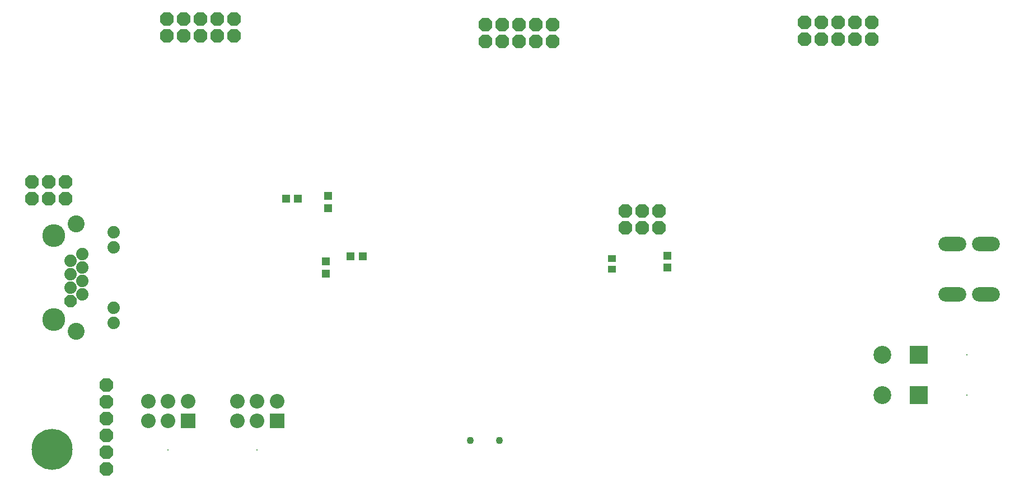
<source format=gbs>
G04 Layer_Color=16711935*
%FSLAX44Y44*%
%MOMM*%
G71*
G01*
G75*
%ADD72P,2.0345X8X292.5*%
%ADD119R,1.2032X1.1032*%
%ADD141R,1.3032X1.3032*%
%ADD142R,1.3032X1.3032*%
%ADD149P,2.2544X8X292.5*%
%ADD150C,2.5582*%
%ADD151C,1.8796*%
%ADD152C,3.4532*%
%ADD153C,1.1032*%
%ADD154P,2.2544X8X22.5*%
%ADD155C,2.2032*%
%ADD156R,2.2032X2.2032*%
%ADD157C,0.2032*%
%ADD158O,4.2032X2.2032*%
%ADD159C,2.7032*%
%ADD160R,2.7032X2.7032*%
%ADD161C,6.2032*%
D72*
X77470Y-725160D02*
D03*
D119*
X896620Y-677290D02*
D03*
Y-661290D02*
D03*
D141*
X980440Y-674480D02*
D03*
Y-656480D02*
D03*
X463550Y-665370D02*
D03*
Y-683370D02*
D03*
X467360Y-566310D02*
D03*
Y-584310D02*
D03*
D142*
X519540Y-657860D02*
D03*
X501540D02*
D03*
X421750Y-570230D02*
D03*
X403750D02*
D03*
D149*
X132080Y-928370D02*
D03*
Y-902970D02*
D03*
Y-953770D02*
D03*
Y-877570D02*
D03*
Y-979170D02*
D03*
Y-852170D02*
D03*
D150*
X86370Y-770910D02*
D03*
Y-608310D02*
D03*
D151*
X143470Y-758210D02*
D03*
Y-735310D02*
D03*
Y-643910D02*
D03*
Y-621010D02*
D03*
X95270Y-654060D02*
D03*
X77470Y-663960D02*
D03*
X95270Y-674460D02*
D03*
X77470Y-684360D02*
D03*
X95270Y-694860D02*
D03*
X77470Y-704760D02*
D03*
X95270Y-715260D02*
D03*
D152*
X52070Y-626110D02*
D03*
Y-753110D02*
D03*
D153*
X726340Y-936380D02*
D03*
X682340D02*
D03*
D154*
X325120Y-298450D02*
D03*
Y-323850D02*
D03*
X223520Y-298450D02*
D03*
X248920Y-323850D02*
D03*
Y-298450D02*
D03*
X274320Y-323850D02*
D03*
Y-298450D02*
D03*
X299720Y-323850D02*
D03*
Y-298450D02*
D03*
X223520Y-323850D02*
D03*
X70150Y-544830D02*
D03*
X19350Y-570230D02*
D03*
Y-544830D02*
D03*
X44750Y-570230D02*
D03*
Y-544830D02*
D03*
X70150Y-570230D02*
D03*
X806450Y-307340D02*
D03*
Y-332740D02*
D03*
X704850Y-307340D02*
D03*
X730250Y-332740D02*
D03*
Y-307340D02*
D03*
X755650Y-332740D02*
D03*
Y-307340D02*
D03*
X781050Y-332740D02*
D03*
Y-307340D02*
D03*
X704850Y-332740D02*
D03*
X916640Y-589280D02*
D03*
X942040Y-614680D02*
D03*
Y-589280D02*
D03*
X967440Y-614680D02*
D03*
Y-589280D02*
D03*
X916640Y-614680D02*
D03*
X1187450Y-328930D02*
D03*
X1263650Y-303530D02*
D03*
Y-328930D02*
D03*
X1238250Y-303530D02*
D03*
Y-328930D02*
D03*
X1212850Y-303530D02*
D03*
Y-328930D02*
D03*
X1187450Y-303530D02*
D03*
X1289050Y-328930D02*
D03*
Y-303530D02*
D03*
D155*
X195270Y-876780D02*
D03*
X225270D02*
D03*
X255270D02*
D03*
X195270Y-906780D02*
D03*
X225270D02*
D03*
X329890Y-876780D02*
D03*
X359890D02*
D03*
X389890D02*
D03*
X329890Y-906780D02*
D03*
X359890D02*
D03*
D156*
X255270D02*
D03*
X389890D02*
D03*
D157*
X225270Y-950780D02*
D03*
X1433170Y-806450D02*
D03*
X359890Y-950780D02*
D03*
X1433170Y-867410D02*
D03*
D158*
X1461970Y-638810D02*
D03*
X1410970D02*
D03*
Y-715010D02*
D03*
X1461970D02*
D03*
D159*
X1305170Y-806450D02*
D03*
Y-867410D02*
D03*
D160*
X1360170Y-806450D02*
D03*
Y-867410D02*
D03*
D161*
X50000Y-950000D02*
D03*
M02*

</source>
